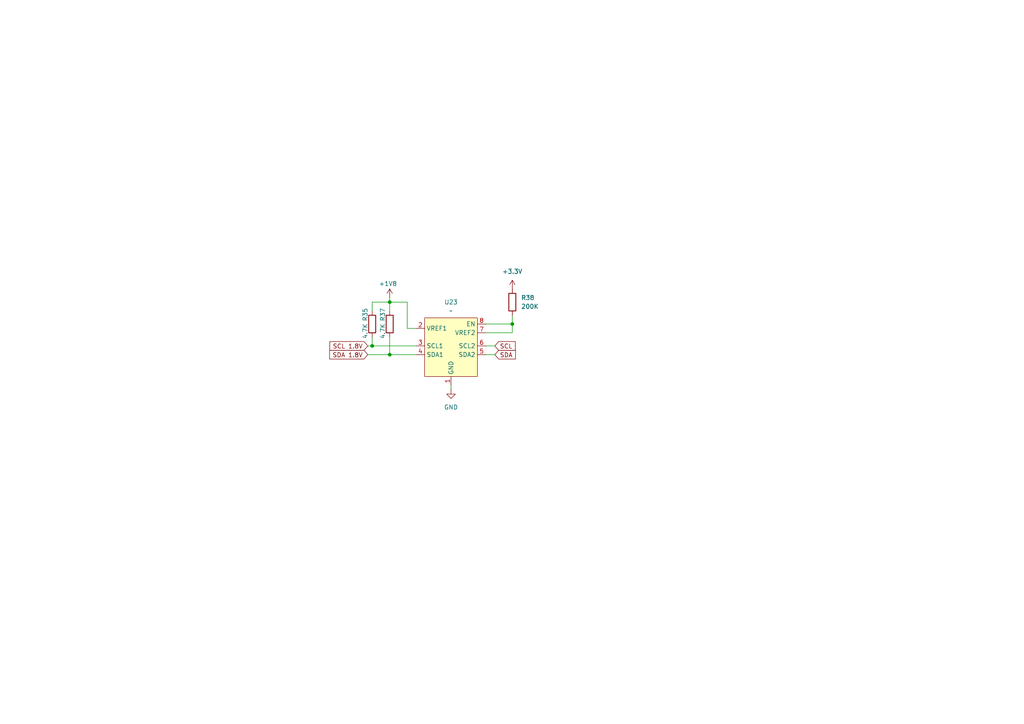
<source format=kicad_sch>
(kicad_sch (version 20250114) (generator "eeschema") (generator_version "9.0")
  (paper "A4")
  (lib_symbols
    (symbol "Custom:NLA9306MU3TAG"
      (property "Reference" "U" (at 0 11.684 0))
      (symbol "NLA9306MU3TAG_1_1"
        (rectangle (start -7.62 8.128) (end 7.62 -8.89) (fill (type background)))
        (pin bidirectional line (at -10.16 5.08 0) (length 2.54) (name "VREF1") (number "2"))
        (pin bidirectional line (at -10.16 0 0) (length 2.54) (name "SCL1") (number "3"))
        (pin bidirectional line (at -10.16 -2.54 0) (length 2.54) (name "SDA1") (number "4"))
        (pin power_in line (at 0 -11.43 90) (length 2.54) (name "GND") (number "1"))
        (pin bidirectional line (at 10.16 6.35 180) (length 2.54) (name "EN") (number "8"))
        (pin bidirectional line (at 10.16 3.81 180) (length 2.54) (name "VREF2") (number "7"))
        (pin bidirectional line (at 10.16 0 180) (length 2.54) (name "SCL2") (number "6"))
        (pin bidirectional line (at 10.16 -2.54 180) (length 2.54) (name "SDA2") (number "5"))
      )
    )
    (symbol "Device:R" (pin_numbers (hide yes)) (pin_names (offset 0))
      (property "Reference" "R" (at 2.032 0 90))
      (property "Value" "R" (at 0 0 90))
      (symbol "R_0_1"
        (rectangle (start -1.016 -2.54) (end 1.016 2.54) (stroke (width 0.254)))
      )
      (symbol "R_1_1"
        (pin passive line (at 0 3.81 270) (length 1.27) (name "~") (number "1"))
        (pin passive line (at 0 -3.81 90) (length 1.27) (name "~") (number "2"))
      )
    )
    (symbol "power:+1V8" (power) (pin_numbers (hide yes)) (pin_names (offset 0) (hide yes))
      (property "Value" "+1V8" (at 0 3.556 0))
      (symbol "+1V8_0_1"
        (polyline (pts (xy -0.762 1.27) (xy 0 2.54)))
        (polyline (pts (xy 0 2.54) (xy 0.762 1.27)))
        (polyline (pts (xy 0 0) (xy 0 2.54)))
      )
      (symbol "+1V8_1_1"
        (pin power_in line (at 0 0 90) (length 0) (name "~") (number "1"))
      )
    )
    (symbol "power:+3.3V" (power) (pin_numbers (hide yes)) (pin_names (offset 0) (hide yes))
      (property "Value" "+3.3V" (at 0 3.556 0))
      (symbol "+3.3V_0_1"
        (polyline (pts (xy -0.762 1.27) (xy 0 2.54)))
        (polyline (pts (xy 0 2.54) (xy 0.762 1.27)))
        (polyline (pts (xy 0 0) (xy 0 2.54)))
      )
      (symbol "+3.3V_1_1"
        (pin power_in line (at 0 0 90) (length 0) (name "~") (number "1"))
      )
    )
    (symbol "power:GND" (power) (pin_numbers (hide yes)) (pin_names (offset 0) (hide yes))
      (property "Value" "GND" (at 0 -3.81 0))
      (symbol "GND_0_1"
        (polyline (pts (xy 0 0) (xy 0 -1.27) (xy 1.27 -1.27) (xy 0 -2.54) (xy -1.27 -1.27) (xy 0 -1.27)))
      )
      (symbol "GND_1_1"
        (pin power_in line (at 0 0 270) (length 0) (name "~") (number "1"))
      )
    )
  )
  (junction (at 113.03 102.87))
  (junction (at 148.59 93.98))
  (junction (at 113.03 87.63))
  (junction (at 107.95 100.33))
  (wire (pts (xy 113.03 102.87) (xy 120.65 102.87)))
  (wire (pts (xy 120.65 95.25) (xy 118.11 95.25)))
  (wire (pts (xy 140.97 96.52) (xy 148.59 96.52)))
  (wire (pts (xy 143.51 102.87) (xy 140.97 102.87)))
  (wire (pts (xy 140.97 93.98) (xy 148.59 93.98)))
  (wire (pts (xy 113.03 97.79) (xy 113.03 102.87)))
  (wire (pts (xy 130.81 111.76) (xy 130.81 113.03)))
  (wire (pts (xy 107.95 100.33) (xy 120.65 100.33)))
  (wire (pts (xy 107.95 97.79) (xy 107.95 100.33)))
  (wire (pts (xy 107.95 90.17) (xy 107.95 87.63)))
  (wire (pts (xy 106.68 100.33) (xy 107.95 100.33)))
  (wire (pts (xy 148.59 91.44) (xy 148.59 93.98)))
  (wire (pts (xy 148.59 93.98) (xy 148.59 96.52)))
  (wire (pts (xy 107.95 87.63) (xy 113.03 87.63)))
  (wire (pts (xy 113.03 86.36) (xy 113.03 87.63)))
  (wire (pts (xy 143.51 100.33) (xy 140.97 100.33)))
  (wire (pts (xy 118.11 87.63) (xy 118.11 95.25)))
  (wire (pts (xy 106.68 102.87) (xy 113.03 102.87)))
  (wire (pts (xy 113.03 87.63) (xy 118.11 87.63)))
  (wire (pts (xy 113.03 87.63) (xy 113.03 90.17)))
  (global_label "SCL 1.8V" (shape input) (at 106.68 100.33 180) (property "Intersheetrefs" "${INTERSHEET_REFS}" (effects (hide yes))))
  (global_label "SDA" (shape input) (at 143.51 102.87 0) (property "Intersheetrefs" "${INTERSHEET_REFS}" (effects (hide yes))))
  (global_label "SDA 1.8V" (shape input) (at 106.68 102.87 180) (property "Intersheetrefs" "${INTERSHEET_REFS}" (effects (hide yes))))
  (global_label "SCL" (shape input) (at 143.51 100.33 0) (property "Intersheetrefs" "${INTERSHEET_REFS}" (effects (hide yes))))
  (symbol (lib_id "Device:R") (at 148.59 87.63 0) (unit 1)
    (property "Reference" "R38" (at 151.13 86.3599 0) (effects (justify left)))
    (property "Value" "200K" (at 151.13 88.8999 0) (effects (justify left)))
    (property "Footprint" "Resistor_SMD:R_0402_1005Metric" (effects (hide yes)))
    (property "Description" "Resistor" (effects (hide yes)))
  )
  (symbol (lib_id "power:+3.3V") (at 148.59 83.82 0) (unit 1)
    (property "Reference" "#PWR0104" (effects (hide yes)))
    (property "Value" "+3.3V" (at 148.59 78.74 0))
    (property "Description" "Power symbol creates a global label with name \"+3.3V\"" (effects (hide yes)))
  )
  (symbol (lib_id "Device:R") (at 107.95 93.98 0) (unit 1)
    (property "Reference" "R35" (at 105.918 93.218 90) (effects (justify left)))
    (property "Value" "4.7K" (at 105.918 98.298 90) (effects (justify left)))
    (property "Footprint" "Resistor_SMD:R_0402_1005Metric" (effects (hide yes)))
    (property "Description" "Resistor" (effects (hide yes)))
  )
  (symbol (lib_id "power:GND") (at 130.81 113.03 0) (unit 1)
    (property "Reference" "#PWR0105" (effects (hide yes)))
    (property "Value" "GND" (at 130.81 118.11 0))
    (property "Description" "Power symbol creates a global label with name \"GND\" , ground" (effects (hide yes)))
  )
  (symbol (lib_id "Device:R") (at 113.03 93.98 0) (unit 1)
    (property "Reference" "R37" (at 110.998 93.218 90) (effects (justify left)))
    (property "Value" "4.7K" (at 110.998 98.298 90) (effects (justify left)))
    (property "Footprint" "Resistor_SMD:R_0402_1005Metric" (effects (hide yes)))
    (property "Description" "Resistor" (effects (hide yes)))
  )
  (symbol (lib_id "power:+1V8") (at 113.03 86.36 0) (unit 1)
    (property "Reference" "#PWR0102" (effects (hide yes)))
    (property "Value" "+1V8" (at 112.522 82.296 0))
    (property "Description" "Power symbol creates a global label with name \"+1V8\"" (effects (hide yes)))
  )
  (symbol (lib_id "Custom:NLA9306MU3TAG") (at 130.81 100.33 0) (unit 1)
    (property "Reference" "U23" (at 130.81 87.63 0))
    (property "Value" "~" (at 130.81 90.17 0))
  )
)
</source>
